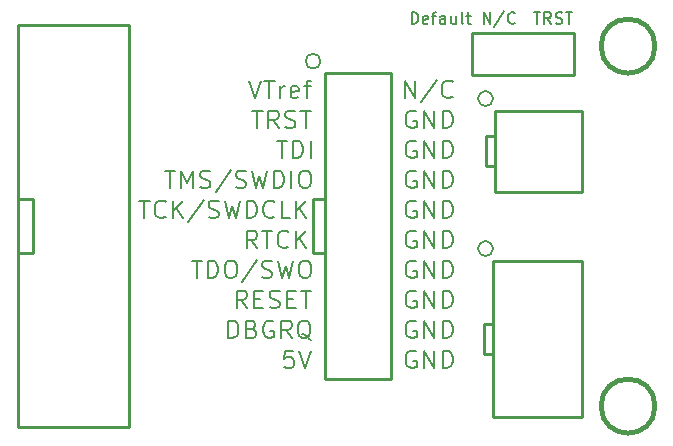
<source format=gto>
G04 (created by PCBNEW (2013-may-18)-stable) date Wed 29 Apr 2015 08:57:56 PM CEST*
%MOIN*%
G04 Gerber Fmt 3.4, Leading zero omitted, Abs format*
%FSLAX34Y34*%
G01*
G70*
G90*
G04 APERTURE LIST*
%ADD10C,0.00590551*%
%ADD11C,0.00787402*%
%ADD12C,0.00984252*%
%ADD13C,0.015*%
G04 APERTURE END LIST*
G54D10*
G54D11*
X41353Y-14865D02*
X41578Y-14865D01*
X41465Y-15259D02*
X41465Y-14865D01*
X41934Y-15259D02*
X41803Y-15071D01*
X41709Y-15259D02*
X41709Y-14865D01*
X41859Y-14865D01*
X41896Y-14884D01*
X41915Y-14903D01*
X41934Y-14940D01*
X41934Y-14996D01*
X41915Y-15034D01*
X41896Y-15053D01*
X41859Y-15071D01*
X41709Y-15071D01*
X42084Y-15240D02*
X42140Y-15259D01*
X42234Y-15259D01*
X42271Y-15240D01*
X42290Y-15221D01*
X42309Y-15184D01*
X42309Y-15146D01*
X42290Y-15109D01*
X42271Y-15090D01*
X42234Y-15071D01*
X42159Y-15053D01*
X42121Y-15034D01*
X42103Y-15015D01*
X42084Y-14978D01*
X42084Y-14940D01*
X42103Y-14903D01*
X42121Y-14884D01*
X42159Y-14865D01*
X42253Y-14865D01*
X42309Y-14884D01*
X42421Y-14865D02*
X42646Y-14865D01*
X42534Y-15259D02*
X42534Y-14865D01*
X37284Y-15259D02*
X37284Y-14865D01*
X37378Y-14865D01*
X37434Y-14884D01*
X37472Y-14921D01*
X37490Y-14959D01*
X37509Y-15034D01*
X37509Y-15090D01*
X37490Y-15165D01*
X37472Y-15203D01*
X37434Y-15240D01*
X37378Y-15259D01*
X37284Y-15259D01*
X37828Y-15240D02*
X37790Y-15259D01*
X37715Y-15259D01*
X37678Y-15240D01*
X37659Y-15203D01*
X37659Y-15053D01*
X37678Y-15015D01*
X37715Y-14996D01*
X37790Y-14996D01*
X37828Y-15015D01*
X37847Y-15053D01*
X37847Y-15090D01*
X37659Y-15128D01*
X37959Y-14996D02*
X38109Y-14996D01*
X38015Y-15259D02*
X38015Y-14921D01*
X38034Y-14884D01*
X38071Y-14865D01*
X38109Y-14865D01*
X38409Y-15259D02*
X38409Y-15053D01*
X38390Y-15015D01*
X38353Y-14996D01*
X38278Y-14996D01*
X38240Y-15015D01*
X38409Y-15240D02*
X38371Y-15259D01*
X38278Y-15259D01*
X38240Y-15240D01*
X38221Y-15203D01*
X38221Y-15165D01*
X38240Y-15128D01*
X38278Y-15109D01*
X38371Y-15109D01*
X38409Y-15090D01*
X38765Y-14996D02*
X38765Y-15259D01*
X38596Y-14996D02*
X38596Y-15203D01*
X38615Y-15240D01*
X38653Y-15259D01*
X38709Y-15259D01*
X38746Y-15240D01*
X38765Y-15221D01*
X39009Y-15259D02*
X38971Y-15240D01*
X38953Y-15203D01*
X38953Y-14865D01*
X39103Y-14996D02*
X39253Y-14996D01*
X39159Y-14865D02*
X39159Y-15203D01*
X39178Y-15240D01*
X39215Y-15259D01*
X39253Y-15259D01*
X39684Y-15259D02*
X39684Y-14865D01*
X39909Y-15259D01*
X39909Y-14865D01*
X40377Y-14846D02*
X40040Y-15353D01*
X40734Y-15221D02*
X40715Y-15240D01*
X40659Y-15259D01*
X40621Y-15259D01*
X40565Y-15240D01*
X40527Y-15203D01*
X40509Y-15165D01*
X40490Y-15090D01*
X40490Y-15034D01*
X40509Y-14959D01*
X40527Y-14921D01*
X40565Y-14884D01*
X40621Y-14865D01*
X40659Y-14865D01*
X40715Y-14884D01*
X40734Y-14903D01*
X40000Y-22750D02*
G75*
G03X40000Y-22750I-250J0D01*
G74*
G01*
X40000Y-17750D02*
G75*
G03X40000Y-17750I-250J0D01*
G74*
G01*
X34250Y-16500D02*
G75*
G03X34250Y-16500I-250J0D01*
G74*
G01*
G54D12*
X42000Y-16950D02*
X39300Y-16950D01*
X39300Y-16950D02*
X39300Y-15550D01*
X39300Y-15550D02*
X42700Y-15550D01*
X42700Y-15550D02*
X42700Y-16950D01*
X42700Y-16950D02*
X42000Y-16950D01*
X40000Y-19000D02*
X39750Y-19000D01*
X39750Y-19000D02*
X39750Y-20000D01*
X39750Y-20000D02*
X40000Y-20000D01*
X42950Y-20850D02*
X40050Y-20850D01*
X42950Y-18150D02*
X40050Y-18150D01*
X40050Y-20850D02*
X40050Y-18150D01*
X42950Y-18150D02*
X42950Y-20850D01*
X34400Y-21100D02*
X34000Y-21100D01*
X34000Y-21100D02*
X34000Y-22900D01*
X34000Y-22900D02*
X34400Y-22900D01*
X36600Y-27100D02*
X34400Y-27100D01*
X36600Y-22100D02*
X36600Y-27100D01*
X34400Y-22100D02*
X34400Y-27100D01*
X34400Y-17000D02*
X34400Y-16900D01*
X34400Y-16900D02*
X34600Y-16900D01*
X36500Y-16900D02*
X36600Y-16900D01*
X36600Y-16900D02*
X36600Y-17000D01*
X36600Y-22100D02*
X36600Y-21950D01*
X34400Y-22000D02*
X34400Y-22100D01*
X36600Y-22000D02*
X36600Y-17000D01*
X36500Y-16900D02*
X34500Y-16900D01*
X34400Y-17000D02*
X34400Y-22000D01*
X24150Y-21100D02*
X24650Y-21100D01*
X24650Y-21100D02*
X24650Y-22900D01*
X24650Y-22900D02*
X24150Y-22900D01*
X24150Y-28500D02*
X24150Y-28700D01*
X24150Y-28700D02*
X24350Y-28700D01*
X27850Y-28500D02*
X27850Y-28700D01*
X27850Y-28700D02*
X27700Y-28700D01*
X24150Y-15500D02*
X24150Y-15300D01*
X24150Y-15300D02*
X24250Y-15300D01*
X27700Y-15300D02*
X27850Y-15300D01*
X27850Y-15300D02*
X27850Y-15500D01*
X26000Y-15300D02*
X27750Y-15300D01*
X27850Y-15500D02*
X27850Y-28500D01*
X27800Y-28700D02*
X24300Y-28700D01*
X24150Y-28500D02*
X24150Y-15500D01*
X24250Y-15300D02*
X26000Y-15300D01*
X40000Y-25250D02*
X39700Y-25250D01*
X39700Y-25250D02*
X39700Y-26250D01*
X39700Y-26250D02*
X40000Y-26250D01*
X42950Y-23150D02*
X42950Y-28350D01*
X42950Y-28350D02*
X40000Y-28350D01*
X40000Y-28350D02*
X40000Y-23150D01*
X40000Y-23150D02*
X42950Y-23150D01*
G54D13*
X45400Y-16000D02*
G75*
G03X45400Y-16000I-900J0D01*
G74*
G01*
X45400Y-28000D02*
G75*
G03X45400Y-28000I-900J0D01*
G74*
G01*
G54D10*
X37425Y-25176D02*
X37368Y-25148D01*
X37284Y-25148D01*
X37200Y-25176D01*
X37143Y-25232D01*
X37115Y-25289D01*
X37087Y-25401D01*
X37087Y-25485D01*
X37115Y-25598D01*
X37143Y-25654D01*
X37200Y-25710D01*
X37284Y-25739D01*
X37340Y-25739D01*
X37425Y-25710D01*
X37453Y-25682D01*
X37453Y-25485D01*
X37340Y-25485D01*
X37706Y-25739D02*
X37706Y-25148D01*
X38043Y-25739D01*
X38043Y-25148D01*
X38324Y-25739D02*
X38324Y-25148D01*
X38465Y-25148D01*
X38549Y-25176D01*
X38606Y-25232D01*
X38634Y-25289D01*
X38662Y-25401D01*
X38662Y-25485D01*
X38634Y-25598D01*
X38606Y-25654D01*
X38549Y-25710D01*
X38465Y-25739D01*
X38324Y-25739D01*
X37425Y-24176D02*
X37368Y-24148D01*
X37284Y-24148D01*
X37200Y-24176D01*
X37143Y-24232D01*
X37115Y-24289D01*
X37087Y-24401D01*
X37087Y-24485D01*
X37115Y-24598D01*
X37143Y-24654D01*
X37200Y-24710D01*
X37284Y-24739D01*
X37340Y-24739D01*
X37425Y-24710D01*
X37453Y-24682D01*
X37453Y-24485D01*
X37340Y-24485D01*
X37706Y-24739D02*
X37706Y-24148D01*
X38043Y-24739D01*
X38043Y-24148D01*
X38324Y-24739D02*
X38324Y-24148D01*
X38465Y-24148D01*
X38549Y-24176D01*
X38606Y-24232D01*
X38634Y-24289D01*
X38662Y-24401D01*
X38662Y-24485D01*
X38634Y-24598D01*
X38606Y-24654D01*
X38549Y-24710D01*
X38465Y-24739D01*
X38324Y-24739D01*
X37425Y-23176D02*
X37368Y-23148D01*
X37284Y-23148D01*
X37200Y-23176D01*
X37143Y-23232D01*
X37115Y-23289D01*
X37087Y-23401D01*
X37087Y-23485D01*
X37115Y-23598D01*
X37143Y-23654D01*
X37200Y-23710D01*
X37284Y-23739D01*
X37340Y-23739D01*
X37425Y-23710D01*
X37453Y-23682D01*
X37453Y-23485D01*
X37340Y-23485D01*
X37706Y-23739D02*
X37706Y-23148D01*
X38043Y-23739D01*
X38043Y-23148D01*
X38324Y-23739D02*
X38324Y-23148D01*
X38465Y-23148D01*
X38549Y-23176D01*
X38606Y-23232D01*
X38634Y-23289D01*
X38662Y-23401D01*
X38662Y-23485D01*
X38634Y-23598D01*
X38606Y-23654D01*
X38549Y-23710D01*
X38465Y-23739D01*
X38324Y-23739D01*
X37425Y-26176D02*
X37368Y-26148D01*
X37284Y-26148D01*
X37200Y-26176D01*
X37143Y-26232D01*
X37115Y-26289D01*
X37087Y-26401D01*
X37087Y-26485D01*
X37115Y-26598D01*
X37143Y-26654D01*
X37200Y-26710D01*
X37284Y-26739D01*
X37340Y-26739D01*
X37425Y-26710D01*
X37453Y-26682D01*
X37453Y-26485D01*
X37340Y-26485D01*
X37706Y-26739D02*
X37706Y-26148D01*
X38043Y-26739D01*
X38043Y-26148D01*
X38324Y-26739D02*
X38324Y-26148D01*
X38465Y-26148D01*
X38549Y-26176D01*
X38606Y-26232D01*
X38634Y-26289D01*
X38662Y-26401D01*
X38662Y-26485D01*
X38634Y-26598D01*
X38606Y-26654D01*
X38549Y-26710D01*
X38465Y-26739D01*
X38324Y-26739D01*
X37425Y-21176D02*
X37368Y-21148D01*
X37284Y-21148D01*
X37200Y-21176D01*
X37143Y-21232D01*
X37115Y-21289D01*
X37087Y-21401D01*
X37087Y-21485D01*
X37115Y-21598D01*
X37143Y-21654D01*
X37200Y-21710D01*
X37284Y-21739D01*
X37340Y-21739D01*
X37425Y-21710D01*
X37453Y-21682D01*
X37453Y-21485D01*
X37340Y-21485D01*
X37706Y-21739D02*
X37706Y-21148D01*
X38043Y-21739D01*
X38043Y-21148D01*
X38324Y-21739D02*
X38324Y-21148D01*
X38465Y-21148D01*
X38549Y-21176D01*
X38606Y-21232D01*
X38634Y-21289D01*
X38662Y-21401D01*
X38662Y-21485D01*
X38634Y-21598D01*
X38606Y-21654D01*
X38549Y-21710D01*
X38465Y-21739D01*
X38324Y-21739D01*
X37425Y-20176D02*
X37368Y-20148D01*
X37284Y-20148D01*
X37200Y-20176D01*
X37143Y-20232D01*
X37115Y-20289D01*
X37087Y-20401D01*
X37087Y-20485D01*
X37115Y-20598D01*
X37143Y-20654D01*
X37200Y-20710D01*
X37284Y-20739D01*
X37340Y-20739D01*
X37425Y-20710D01*
X37453Y-20682D01*
X37453Y-20485D01*
X37340Y-20485D01*
X37706Y-20739D02*
X37706Y-20148D01*
X38043Y-20739D01*
X38043Y-20148D01*
X38324Y-20739D02*
X38324Y-20148D01*
X38465Y-20148D01*
X38549Y-20176D01*
X38606Y-20232D01*
X38634Y-20289D01*
X38662Y-20401D01*
X38662Y-20485D01*
X38634Y-20598D01*
X38606Y-20654D01*
X38549Y-20710D01*
X38465Y-20739D01*
X38324Y-20739D01*
X37425Y-19176D02*
X37368Y-19148D01*
X37284Y-19148D01*
X37200Y-19176D01*
X37143Y-19232D01*
X37115Y-19289D01*
X37087Y-19401D01*
X37087Y-19485D01*
X37115Y-19598D01*
X37143Y-19654D01*
X37200Y-19710D01*
X37284Y-19739D01*
X37340Y-19739D01*
X37425Y-19710D01*
X37453Y-19682D01*
X37453Y-19485D01*
X37340Y-19485D01*
X37706Y-19739D02*
X37706Y-19148D01*
X38043Y-19739D01*
X38043Y-19148D01*
X38324Y-19739D02*
X38324Y-19148D01*
X38465Y-19148D01*
X38549Y-19176D01*
X38606Y-19232D01*
X38634Y-19289D01*
X38662Y-19401D01*
X38662Y-19485D01*
X38634Y-19598D01*
X38606Y-19654D01*
X38549Y-19710D01*
X38465Y-19739D01*
X38324Y-19739D01*
X37425Y-18176D02*
X37368Y-18148D01*
X37284Y-18148D01*
X37200Y-18176D01*
X37143Y-18232D01*
X37115Y-18289D01*
X37087Y-18401D01*
X37087Y-18485D01*
X37115Y-18598D01*
X37143Y-18654D01*
X37200Y-18710D01*
X37284Y-18739D01*
X37340Y-18739D01*
X37425Y-18710D01*
X37453Y-18682D01*
X37453Y-18485D01*
X37340Y-18485D01*
X37706Y-18739D02*
X37706Y-18148D01*
X38043Y-18739D01*
X38043Y-18148D01*
X38324Y-18739D02*
X38324Y-18148D01*
X38465Y-18148D01*
X38549Y-18176D01*
X38606Y-18232D01*
X38634Y-18289D01*
X38662Y-18401D01*
X38662Y-18485D01*
X38634Y-18598D01*
X38606Y-18654D01*
X38549Y-18710D01*
X38465Y-18739D01*
X38324Y-18739D01*
X37425Y-22176D02*
X37368Y-22148D01*
X37284Y-22148D01*
X37200Y-22176D01*
X37143Y-22232D01*
X37115Y-22289D01*
X37087Y-22401D01*
X37087Y-22485D01*
X37115Y-22598D01*
X37143Y-22654D01*
X37200Y-22710D01*
X37284Y-22739D01*
X37340Y-22739D01*
X37425Y-22710D01*
X37453Y-22682D01*
X37453Y-22485D01*
X37340Y-22485D01*
X37706Y-22739D02*
X37706Y-22148D01*
X38043Y-22739D01*
X38043Y-22148D01*
X38324Y-22739D02*
X38324Y-22148D01*
X38465Y-22148D01*
X38549Y-22176D01*
X38606Y-22232D01*
X38634Y-22289D01*
X38662Y-22401D01*
X38662Y-22485D01*
X38634Y-22598D01*
X38606Y-22654D01*
X38549Y-22710D01*
X38465Y-22739D01*
X38324Y-22739D01*
X37076Y-17739D02*
X37076Y-17148D01*
X37414Y-17739D01*
X37414Y-17148D01*
X38117Y-17120D02*
X37610Y-17879D01*
X38651Y-17682D02*
X38623Y-17710D01*
X38538Y-17739D01*
X38482Y-17739D01*
X38398Y-17710D01*
X38342Y-17654D01*
X38314Y-17598D01*
X38285Y-17485D01*
X38285Y-17401D01*
X38314Y-17289D01*
X38342Y-17232D01*
X38398Y-17176D01*
X38482Y-17148D01*
X38538Y-17148D01*
X38623Y-17176D01*
X38651Y-17204D01*
X33337Y-26148D02*
X33056Y-26148D01*
X33028Y-26429D01*
X33056Y-26401D01*
X33112Y-26373D01*
X33253Y-26373D01*
X33309Y-26401D01*
X33337Y-26429D01*
X33365Y-26485D01*
X33365Y-26626D01*
X33337Y-26682D01*
X33309Y-26710D01*
X33253Y-26739D01*
X33112Y-26739D01*
X33056Y-26710D01*
X33028Y-26682D01*
X33534Y-26148D02*
X33731Y-26739D01*
X33928Y-26148D01*
X31175Y-25739D02*
X31175Y-25148D01*
X31315Y-25148D01*
X31400Y-25176D01*
X31456Y-25232D01*
X31484Y-25289D01*
X31512Y-25401D01*
X31512Y-25485D01*
X31484Y-25598D01*
X31456Y-25654D01*
X31400Y-25710D01*
X31315Y-25739D01*
X31175Y-25739D01*
X31962Y-25429D02*
X32046Y-25457D01*
X32075Y-25485D01*
X32103Y-25542D01*
X32103Y-25626D01*
X32075Y-25682D01*
X32046Y-25710D01*
X31990Y-25739D01*
X31765Y-25739D01*
X31765Y-25148D01*
X31962Y-25148D01*
X32018Y-25176D01*
X32046Y-25204D01*
X32075Y-25260D01*
X32075Y-25317D01*
X32046Y-25373D01*
X32018Y-25401D01*
X31962Y-25429D01*
X31765Y-25429D01*
X32665Y-25176D02*
X32609Y-25148D01*
X32525Y-25148D01*
X32440Y-25176D01*
X32384Y-25232D01*
X32356Y-25289D01*
X32328Y-25401D01*
X32328Y-25485D01*
X32356Y-25598D01*
X32384Y-25654D01*
X32440Y-25710D01*
X32525Y-25739D01*
X32581Y-25739D01*
X32665Y-25710D01*
X32693Y-25682D01*
X32693Y-25485D01*
X32581Y-25485D01*
X33284Y-25739D02*
X33087Y-25457D01*
X32946Y-25739D02*
X32946Y-25148D01*
X33171Y-25148D01*
X33228Y-25176D01*
X33256Y-25204D01*
X33284Y-25260D01*
X33284Y-25345D01*
X33256Y-25401D01*
X33228Y-25429D01*
X33171Y-25457D01*
X32946Y-25457D01*
X33931Y-25795D02*
X33874Y-25767D01*
X33818Y-25710D01*
X33734Y-25626D01*
X33677Y-25598D01*
X33621Y-25598D01*
X33649Y-25739D02*
X33593Y-25710D01*
X33537Y-25654D01*
X33509Y-25542D01*
X33509Y-25345D01*
X33537Y-25232D01*
X33593Y-25176D01*
X33649Y-25148D01*
X33762Y-25148D01*
X33818Y-25176D01*
X33874Y-25232D01*
X33902Y-25345D01*
X33902Y-25542D01*
X33874Y-25654D01*
X33818Y-25710D01*
X33762Y-25739D01*
X33649Y-25739D01*
X31792Y-24739D02*
X31595Y-24457D01*
X31454Y-24739D02*
X31454Y-24148D01*
X31679Y-24148D01*
X31736Y-24176D01*
X31764Y-24204D01*
X31792Y-24260D01*
X31792Y-24345D01*
X31764Y-24401D01*
X31736Y-24429D01*
X31679Y-24457D01*
X31454Y-24457D01*
X32045Y-24429D02*
X32242Y-24429D01*
X32326Y-24739D02*
X32045Y-24739D01*
X32045Y-24148D01*
X32326Y-24148D01*
X32551Y-24710D02*
X32635Y-24739D01*
X32776Y-24739D01*
X32832Y-24710D01*
X32860Y-24682D01*
X32889Y-24626D01*
X32889Y-24570D01*
X32860Y-24514D01*
X32832Y-24485D01*
X32776Y-24457D01*
X32664Y-24429D01*
X32607Y-24401D01*
X32579Y-24373D01*
X32551Y-24317D01*
X32551Y-24260D01*
X32579Y-24204D01*
X32607Y-24176D01*
X32664Y-24148D01*
X32804Y-24148D01*
X32889Y-24176D01*
X33142Y-24429D02*
X33338Y-24429D01*
X33423Y-24739D02*
X33142Y-24739D01*
X33142Y-24148D01*
X33423Y-24148D01*
X33592Y-24148D02*
X33929Y-24148D01*
X33760Y-24739D02*
X33760Y-24148D01*
X29964Y-23148D02*
X30301Y-23148D01*
X30133Y-23739D02*
X30133Y-23148D01*
X30498Y-23739D02*
X30498Y-23148D01*
X30639Y-23148D01*
X30723Y-23176D01*
X30779Y-23232D01*
X30807Y-23289D01*
X30836Y-23401D01*
X30836Y-23485D01*
X30807Y-23598D01*
X30779Y-23654D01*
X30723Y-23710D01*
X30639Y-23739D01*
X30498Y-23739D01*
X31201Y-23148D02*
X31314Y-23148D01*
X31370Y-23176D01*
X31426Y-23232D01*
X31454Y-23345D01*
X31454Y-23542D01*
X31426Y-23654D01*
X31370Y-23710D01*
X31314Y-23739D01*
X31201Y-23739D01*
X31145Y-23710D01*
X31089Y-23654D01*
X31061Y-23542D01*
X31061Y-23345D01*
X31089Y-23232D01*
X31145Y-23176D01*
X31201Y-23148D01*
X32129Y-23120D02*
X31623Y-23879D01*
X32298Y-23710D02*
X32382Y-23739D01*
X32523Y-23739D01*
X32579Y-23710D01*
X32607Y-23682D01*
X32635Y-23626D01*
X32635Y-23570D01*
X32607Y-23514D01*
X32579Y-23485D01*
X32523Y-23457D01*
X32410Y-23429D01*
X32354Y-23401D01*
X32326Y-23373D01*
X32298Y-23317D01*
X32298Y-23260D01*
X32326Y-23204D01*
X32354Y-23176D01*
X32410Y-23148D01*
X32551Y-23148D01*
X32635Y-23176D01*
X32832Y-23148D02*
X32973Y-23739D01*
X33085Y-23317D01*
X33198Y-23739D01*
X33338Y-23148D01*
X33676Y-23148D02*
X33788Y-23148D01*
X33845Y-23176D01*
X33901Y-23232D01*
X33929Y-23345D01*
X33929Y-23542D01*
X33901Y-23654D01*
X33845Y-23710D01*
X33788Y-23739D01*
X33676Y-23739D01*
X33620Y-23710D01*
X33563Y-23654D01*
X33535Y-23542D01*
X33535Y-23345D01*
X33563Y-23232D01*
X33620Y-23176D01*
X33676Y-23148D01*
X32142Y-22739D02*
X31945Y-22457D01*
X31804Y-22739D02*
X31804Y-22148D01*
X32029Y-22148D01*
X32086Y-22176D01*
X32114Y-22204D01*
X32142Y-22260D01*
X32142Y-22345D01*
X32114Y-22401D01*
X32086Y-22429D01*
X32029Y-22457D01*
X31804Y-22457D01*
X32310Y-22148D02*
X32648Y-22148D01*
X32479Y-22739D02*
X32479Y-22148D01*
X33182Y-22682D02*
X33154Y-22710D01*
X33070Y-22739D01*
X33014Y-22739D01*
X32929Y-22710D01*
X32873Y-22654D01*
X32845Y-22598D01*
X32817Y-22485D01*
X32817Y-22401D01*
X32845Y-22289D01*
X32873Y-22232D01*
X32929Y-22176D01*
X33014Y-22148D01*
X33070Y-22148D01*
X33154Y-22176D01*
X33182Y-22204D01*
X33435Y-22739D02*
X33435Y-22148D01*
X33773Y-22739D02*
X33520Y-22401D01*
X33773Y-22148D02*
X33435Y-22485D01*
X28212Y-21148D02*
X28550Y-21148D01*
X28381Y-21739D02*
X28381Y-21148D01*
X29084Y-21682D02*
X29056Y-21710D01*
X28972Y-21739D01*
X28915Y-21739D01*
X28831Y-21710D01*
X28775Y-21654D01*
X28747Y-21598D01*
X28719Y-21485D01*
X28719Y-21401D01*
X28747Y-21289D01*
X28775Y-21232D01*
X28831Y-21176D01*
X28915Y-21148D01*
X28972Y-21148D01*
X29056Y-21176D01*
X29084Y-21204D01*
X29337Y-21739D02*
X29337Y-21148D01*
X29675Y-21739D02*
X29422Y-21401D01*
X29675Y-21148D02*
X29337Y-21485D01*
X30350Y-21120D02*
X29843Y-21879D01*
X30518Y-21710D02*
X30603Y-21739D01*
X30743Y-21739D01*
X30800Y-21710D01*
X30828Y-21682D01*
X30856Y-21626D01*
X30856Y-21570D01*
X30828Y-21514D01*
X30800Y-21485D01*
X30743Y-21457D01*
X30631Y-21429D01*
X30575Y-21401D01*
X30546Y-21373D01*
X30518Y-21317D01*
X30518Y-21260D01*
X30546Y-21204D01*
X30575Y-21176D01*
X30631Y-21148D01*
X30771Y-21148D01*
X30856Y-21176D01*
X31053Y-21148D02*
X31193Y-21739D01*
X31306Y-21317D01*
X31418Y-21739D01*
X31559Y-21148D01*
X31784Y-21739D02*
X31784Y-21148D01*
X31924Y-21148D01*
X32009Y-21176D01*
X32065Y-21232D01*
X32093Y-21289D01*
X32121Y-21401D01*
X32121Y-21485D01*
X32093Y-21598D01*
X32065Y-21654D01*
X32009Y-21710D01*
X31924Y-21739D01*
X31784Y-21739D01*
X32712Y-21682D02*
X32684Y-21710D01*
X32599Y-21739D01*
X32543Y-21739D01*
X32459Y-21710D01*
X32402Y-21654D01*
X32374Y-21598D01*
X32346Y-21485D01*
X32346Y-21401D01*
X32374Y-21289D01*
X32402Y-21232D01*
X32459Y-21176D01*
X32543Y-21148D01*
X32599Y-21148D01*
X32684Y-21176D01*
X32712Y-21204D01*
X33246Y-21739D02*
X32965Y-21739D01*
X32965Y-21148D01*
X33443Y-21739D02*
X33443Y-21148D01*
X33780Y-21739D02*
X33527Y-21401D01*
X33780Y-21148D02*
X33443Y-21485D01*
X29064Y-20148D02*
X29401Y-20148D01*
X29233Y-20739D02*
X29233Y-20148D01*
X29598Y-20739D02*
X29598Y-20148D01*
X29795Y-20570D01*
X29992Y-20148D01*
X29992Y-20739D01*
X30245Y-20710D02*
X30329Y-20739D01*
X30470Y-20739D01*
X30526Y-20710D01*
X30554Y-20682D01*
X30582Y-20626D01*
X30582Y-20570D01*
X30554Y-20514D01*
X30526Y-20485D01*
X30470Y-20457D01*
X30357Y-20429D01*
X30301Y-20401D01*
X30273Y-20373D01*
X30245Y-20317D01*
X30245Y-20260D01*
X30273Y-20204D01*
X30301Y-20176D01*
X30357Y-20148D01*
X30498Y-20148D01*
X30582Y-20176D01*
X31257Y-20120D02*
X30751Y-20879D01*
X31426Y-20710D02*
X31510Y-20739D01*
X31651Y-20739D01*
X31707Y-20710D01*
X31735Y-20682D01*
X31764Y-20626D01*
X31764Y-20570D01*
X31735Y-20514D01*
X31707Y-20485D01*
X31651Y-20457D01*
X31539Y-20429D01*
X31482Y-20401D01*
X31454Y-20373D01*
X31426Y-20317D01*
X31426Y-20260D01*
X31454Y-20204D01*
X31482Y-20176D01*
X31539Y-20148D01*
X31679Y-20148D01*
X31764Y-20176D01*
X31960Y-20148D02*
X32101Y-20739D01*
X32213Y-20317D01*
X32326Y-20739D01*
X32467Y-20148D01*
X32692Y-20739D02*
X32692Y-20148D01*
X32832Y-20148D01*
X32917Y-20176D01*
X32973Y-20232D01*
X33001Y-20289D01*
X33029Y-20401D01*
X33029Y-20485D01*
X33001Y-20598D01*
X32973Y-20654D01*
X32917Y-20710D01*
X32832Y-20739D01*
X32692Y-20739D01*
X33282Y-20739D02*
X33282Y-20148D01*
X33676Y-20148D02*
X33788Y-20148D01*
X33845Y-20176D01*
X33901Y-20232D01*
X33929Y-20345D01*
X33929Y-20542D01*
X33901Y-20654D01*
X33845Y-20710D01*
X33788Y-20739D01*
X33676Y-20739D01*
X33620Y-20710D01*
X33563Y-20654D01*
X33535Y-20542D01*
X33535Y-20345D01*
X33563Y-20232D01*
X33620Y-20176D01*
X33676Y-20148D01*
X32795Y-19148D02*
X33132Y-19148D01*
X32964Y-19739D02*
X32964Y-19148D01*
X33329Y-19739D02*
X33329Y-19148D01*
X33470Y-19148D01*
X33554Y-19176D01*
X33610Y-19232D01*
X33639Y-19289D01*
X33667Y-19401D01*
X33667Y-19485D01*
X33639Y-19598D01*
X33610Y-19654D01*
X33554Y-19710D01*
X33470Y-19739D01*
X33329Y-19739D01*
X33920Y-19739D02*
X33920Y-19148D01*
X31979Y-18148D02*
X32317Y-18148D01*
X32148Y-18739D02*
X32148Y-18148D01*
X32851Y-18739D02*
X32654Y-18457D01*
X32514Y-18739D02*
X32514Y-18148D01*
X32739Y-18148D01*
X32795Y-18176D01*
X32823Y-18204D01*
X32851Y-18260D01*
X32851Y-18345D01*
X32823Y-18401D01*
X32795Y-18429D01*
X32739Y-18457D01*
X32514Y-18457D01*
X33076Y-18710D02*
X33160Y-18739D01*
X33301Y-18739D01*
X33357Y-18710D01*
X33385Y-18682D01*
X33414Y-18626D01*
X33414Y-18570D01*
X33385Y-18514D01*
X33357Y-18485D01*
X33301Y-18457D01*
X33189Y-18429D01*
X33132Y-18401D01*
X33104Y-18373D01*
X33076Y-18317D01*
X33076Y-18260D01*
X33104Y-18204D01*
X33132Y-18176D01*
X33189Y-18148D01*
X33329Y-18148D01*
X33414Y-18176D01*
X33582Y-18148D02*
X33920Y-18148D01*
X33751Y-18739D02*
X33751Y-18148D01*
X31873Y-17148D02*
X32070Y-17739D01*
X32267Y-17148D01*
X32379Y-17148D02*
X32717Y-17148D01*
X32548Y-17739D02*
X32548Y-17148D01*
X32914Y-17739D02*
X32914Y-17345D01*
X32914Y-17457D02*
X32942Y-17401D01*
X32970Y-17373D01*
X33026Y-17345D01*
X33082Y-17345D01*
X33504Y-17710D02*
X33448Y-17739D01*
X33335Y-17739D01*
X33279Y-17710D01*
X33251Y-17654D01*
X33251Y-17429D01*
X33279Y-17373D01*
X33335Y-17345D01*
X33448Y-17345D01*
X33504Y-17373D01*
X33532Y-17429D01*
X33532Y-17485D01*
X33251Y-17542D01*
X33701Y-17345D02*
X33926Y-17345D01*
X33785Y-17739D02*
X33785Y-17232D01*
X33813Y-17176D01*
X33870Y-17148D01*
X33926Y-17148D01*
M02*

</source>
